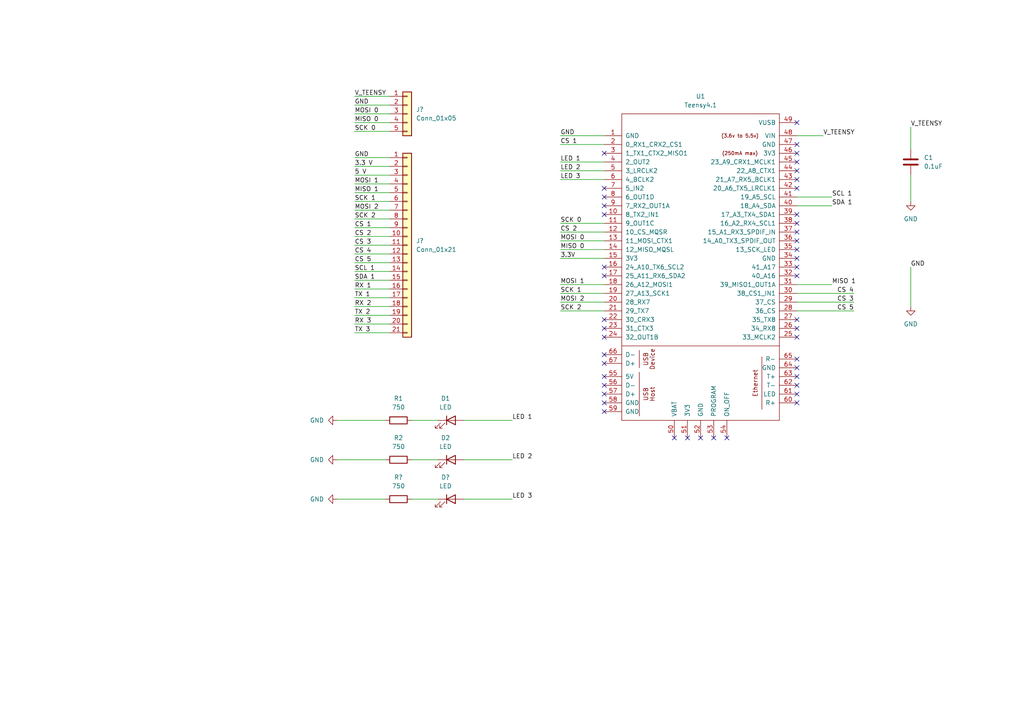
<source format=kicad_sch>
(kicad_sch (version 20211123) (generator eeschema)
  (paper "A4")
  (lib_symbols
    (symbol "Connector_Generic:Conn_01x05" (pin_names (offset 1.016) hide)
      (property "Reference" "J" (at 0 7.62 0))
      (property "Value" "Conn_01x05" (at 0 -7.62 0))
      (symbol "Conn_01x05_1_1"
        (rectangle (start -1.27 -4.953) (end 0 -5.207) (stroke (width 0.1524)))
        (rectangle (start -1.27 -2.413) (end 0 -2.667) (stroke (width 0.1524)))
        (rectangle (start -1.27 0.127) (end 0 -0.127) (stroke (width 0.1524)))
        (rectangle (start -1.27 2.667) (end 0 2.413) (stroke (width 0.1524)))
        (rectangle (start -1.27 5.207) (end 0 4.953) (stroke (width 0.1524)))
        (rectangle (start -1.27 6.35) (end 1.27 -6.35) (stroke (width 0.254)) (fill (type background)))
        (pin passive line (at -5.08 5.08 0) (length 3.81) (name "Pin_1") (number "1"))
        (pin passive line (at -5.08 2.54 0) (length 3.81) (name "Pin_2") (number "2"))
        (pin passive line (at -5.08 0 0) (length 3.81) (name "Pin_3") (number "3"))
        (pin passive line (at -5.08 -2.54 0) (length 3.81) (name "Pin_4") (number "4"))
        (pin passive line (at -5.08 -5.08 0) (length 3.81) (name "Pin_5") (number "5"))
      )
    )
    (symbol "Connector_Generic:Conn_01x21" (pin_names (offset 1.016) hide)
      (property "Reference" "J" (at 0 27.94 0))
      (property "Value" "Conn_01x21" (at 0 -27.94 0))
      (symbol "Conn_01x21_1_1"
        (rectangle (start -1.27 -25.273) (end 0 -25.527) (stroke (width 0.1524)))
        (rectangle (start -1.27 -22.733) (end 0 -22.987) (stroke (width 0.1524)))
        (rectangle (start -1.27 -20.193) (end 0 -20.447) (stroke (width 0.1524)))
        (rectangle (start -1.27 -17.653) (end 0 -17.907) (stroke (width 0.1524)))
        (rectangle (start -1.27 -15.113) (end 0 -15.367) (stroke (width 0.1524)))
        (rectangle (start -1.27 -12.573) (end 0 -12.827) (stroke (width 0.1524)))
        (rectangle (start -1.27 -10.033) (end 0 -10.287) (stroke (width 0.1524)))
        (rectangle (start -1.27 -7.493) (end 0 -7.747) (stroke (width 0.1524)))
        (rectangle (start -1.27 -4.953) (end 0 -5.207) (stroke (width 0.1524)))
        (rectangle (start -1.27 -2.413) (end 0 -2.667) (stroke (width 0.1524)))
        (rectangle (start -1.27 0.127) (end 0 -0.127) (stroke (width 0.1524)))
        (rectangle (start -1.27 2.667) (end 0 2.413) (stroke (width 0.1524)))
        (rectangle (start -1.27 5.207) (end 0 4.953) (stroke (width 0.1524)))
        (rectangle (start -1.27 7.747) (end 0 7.493) (stroke (width 0.1524)))
        (rectangle (start -1.27 10.287) (end 0 10.033) (stroke (width 0.1524)))
        (rectangle (start -1.27 12.827) (end 0 12.573) (stroke (width 0.1524)))
        (rectangle (start -1.27 15.367) (end 0 15.113) (stroke (width 0.1524)))
        (rectangle (start -1.27 17.907) (end 0 17.653) (stroke (width 0.1524)))
        (rectangle (start -1.27 20.447) (end 0 20.193) (stroke (width 0.1524)))
        (rectangle (start -1.27 22.987) (end 0 22.733) (stroke (width 0.1524)))
        (rectangle (start -1.27 25.527) (end 0 25.273) (stroke (width 0.1524)))
        (rectangle (start -1.27 26.67) (end 1.27 -26.67) (stroke (width 0.254)) (fill (type background)))
        (pin passive line (at -5.08 25.4 0) (length 3.81) (name "Pin_1") (number "1"))
        (pin passive line (at -5.08 2.54 0) (length 3.81) (name "Pin_10") (number "10"))
        (pin passive line (at -5.08 0 0) (length 3.81) (name "Pin_11") (number "11"))
        (pin passive line (at -5.08 -2.54 0) (length 3.81) (name "Pin_12") (number "12"))
        (pin passive line (at -5.08 -5.08 0) (length 3.81) (name "Pin_13") (number "13"))
        (pin passive line (at -5.08 -7.62 0) (length 3.81) (name "Pin_14") (number "14"))
        (pin passive line (at -5.08 -10.16 0) (length 3.81) (name "Pin_15") (number "15"))
        (pin passive line (at -5.08 -12.7 0) (length 3.81) (name "Pin_16") (number "16"))
        (pin passive line (at -5.08 -15.24 0) (length 3.81) (name "Pin_17") (number "17"))
        (pin passive line (at -5.08 -17.78 0) (length 3.81) (name "Pin_18") (number "18"))
        (pin passive line (at -5.08 -20.32 0) (length 3.81) (name "Pin_19") (number "19"))
        (pin passive line (at -5.08 22.86 0) (length 3.81) (name "Pin_2") (number "2"))
        (pin passive line (at -5.08 -22.86 0) (length 3.81) (name "Pin_20") (number "20"))
        (pin passive line (at -5.08 -25.4 0) (length 3.81) (name "Pin_21") (number "21"))
        (pin passive line (at -5.08 20.32 0) (length 3.81) (name "Pin_3") (number "3"))
        (pin passive line (at -5.08 17.78 0) (length 3.81) (name "Pin_4") (number "4"))
        (pin passive line (at -5.08 15.24 0) (length 3.81) (name "Pin_5") (number "5"))
        (pin passive line (at -5.08 12.7 0) (length 3.81) (name "Pin_6") (number "6"))
        (pin passive line (at -5.08 10.16 0) (length 3.81) (name "Pin_7") (number "7"))
        (pin passive line (at -5.08 7.62 0) (length 3.81) (name "Pin_8") (number "8"))
        (pin passive line (at -5.08 5.08 0) (length 3.81) (name "Pin_9") (number "9"))
      )
    )
    (symbol "Device:C" (pin_numbers hide) (pin_names (offset 0.254))
      (property "Reference" "C" (at 0.635 2.54 0))
      (property "Value" "C" (at 0.635 -2.54 0))
      (symbol "C_0_1"
        (polyline (pts (xy -2.032 -0.762) (xy 2.032 -0.762)) (stroke (width 0.508)))
        (polyline (pts (xy -2.032 0.762) (xy 2.032 0.762)) (stroke (width 0.508)))
      )
      (symbol "C_1_1"
        (pin passive line (at 0 3.81 270) (length 2.794) (name "~") (number "1"))
        (pin passive line (at 0 -3.81 90) (length 2.794) (name "~") (number "2"))
      )
    )
    (symbol "Device:LED" (pin_numbers hide) (pin_names (offset 1.016) hide)
      (property "Reference" "D" (at 0 2.54 0))
      (property "Value" "LED" (at 0 -2.54 0))
      (symbol "LED_0_1"
        (polyline (pts (xy -1.27 -1.27) (xy -1.27 1.27)) (stroke (width 0.254)))
        (polyline (pts (xy -1.27 0) (xy 1.27 0)))
        (polyline (pts (xy 1.27 -1.27) (xy 1.27 1.27) (xy -1.27 0) (xy 1.27 -1.27)) (stroke (width 0.254)))
        (polyline (pts (xy -3.048 -0.762) (xy -4.572 -2.286) (xy -3.81 -2.286) (xy -4.572 -2.286) (xy -4.572 -1.524)))
        (polyline (pts (xy -1.778 -0.762) (xy -3.302 -2.286) (xy -2.54 -2.286) (xy -3.302 -2.286) (xy -3.302 -1.524)))
      )
      (symbol "LED_1_1"
        (pin passive line (at -3.81 0 0) (length 2.54) (name "K") (number "1"))
        (pin passive line (at 3.81 0 180) (length 2.54) (name "A") (number "2"))
      )
    )
    (symbol "Device:R" (pin_numbers hide) (pin_names (offset 0))
      (property "Reference" "R" (at 2.032 0 90))
      (property "Value" "R" (at 0 0 90))
      (symbol "R_0_1"
        (rectangle (start -1.016 -2.54) (end 1.016 2.54) (stroke (width 0.254)))
      )
      (symbol "R_1_1"
        (pin passive line (at 0 3.81 270) (length 1.27) (name "~") (number "1"))
        (pin passive line (at 0 -3.81 90) (length 1.27) (name "~") (number "2"))
      )
    )
    (symbol "Teensy:Teensy4.1" (pin_names (offset 1.016))
      (property "Reference" "U" (at 0 64.77 0))
      (property "Value" "Teensy4.1" (at 0 62.23 0))
      (symbol "Teensy4.1_0_0"
        (polyline (pts (xy -22.86 -6.35) (xy 22.86 -6.35)))
        (polyline (pts (xy -17.78 -26.67) (xy -17.78 -13.97)))
        (polyline (pts (xy -17.78 -7.62) (xy -17.78 -12.7)))
        (polyline (pts (xy 17.78 -9.525) (xy 17.78 -24.765)))
        (text "(250mA max)" (at 11.43 49.53 0) (effects (font (size 1.016 1.016))))
        (text "(3.6v to 5.5v)" (at 11.43 54.61 0) (effects (font (size 1.016 1.016))))
        (text "Device" (at -13.97 -10.16 900) (effects (font (size 1.27 1.27))))
        (text "Ethernet" (at 15.875 -17.145 900) (effects (font (size 1.27 1.27))))
        (text "Host" (at -13.97 -20.32 900) (effects (font (size 1.27 1.27))))
        (text "USB" (at -15.875 -20.32 900) (effects (font (size 1.27 1.27))))
        (text "USB" (at -15.875 -10.16 900) (effects (font (size 1.27 1.27))))
        (pin bidirectional line (at -27.94 31.75 0) (length 5.08) (name "8_TX2_IN1") (number "10"))
        (pin bidirectional line (at -27.94 29.21 0) (length 5.08) (name "9_OUT1C") (number "11"))
        (pin bidirectional line (at -27.94 26.67 0) (length 5.08) (name "10_CS_MQSR") (number "12"))
        (pin bidirectional line (at -27.94 24.13 0) (length 5.08) (name "11_MOSI_CTX1") (number "13"))
        (pin bidirectional line (at -27.94 21.59 0) (length 5.08) (name "12_MISO_MQSL") (number "14"))
        (pin power_in line (at -27.94 19.05 0) (length 5.08) (name "3V3") (number "15"))
        (pin bidirectional line (at -27.94 16.51 0) (length 5.08) (name "24_A10_TX6_SCL2") (number "16"))
        (pin bidirectional line (at -27.94 13.97 0) (length 5.08) (name "25_A11_RX6_SDA2") (number "17"))
        (pin bidirectional line (at -27.94 11.43 0) (length 5.08) (name "26_A12_MOSI1") (number "18"))
        (pin bidirectional line (at -27.94 8.89 0) (length 5.08) (name "27_A13_SCK1") (number "19"))
        (pin bidirectional line (at -27.94 6.35 0) (length 5.08) (name "28_RX7") (number "20"))
        (pin bidirectional line (at -27.94 3.81 0) (length 5.08) (name "29_TX7") (number "21"))
        (pin bidirectional line (at -27.94 1.27 0) (length 5.08) (name "30_CRX3") (number "22"))
        (pin bidirectional line (at -27.94 -1.27 0) (length 5.08) (name "31_CTX3") (number "23"))
        (pin bidirectional line (at -27.94 -3.81 0) (length 5.08) (name "32_OUT1B") (number "24"))
        (pin bidirectional line (at 27.94 -3.81 180) (length 5.08) (name "33_MCLK2") (number "25"))
        (pin bidirectional line (at 27.94 -1.27 180) (length 5.08) (name "34_RX8") (number "26"))
        (pin bidirectional line (at 27.94 1.27 180) (length 5.08) (name "35_TX8") (number "27"))
        (pin bidirectional line (at 27.94 3.81 180) (length 5.08) (name "36_CS") (number "28"))
        (pin bidirectional line (at 27.94 6.35 180) (length 5.08) (name "37_CS") (number "29"))
        (pin bidirectional line (at 27.94 8.89 180) (length 5.08) (name "38_CS1_IN1") (number "30"))
        (pin bidirectional line (at 27.94 11.43 180) (length 5.08) (name "39_MISO1_OUT1A") (number "31"))
        (pin bidirectional line (at 27.94 13.97 180) (length 5.08) (name "40_A16") (number "32"))
        (pin bidirectional line (at 27.94 16.51 180) (length 5.08) (name "41_A17") (number "33"))
        (pin bidirectional line (at 27.94 21.59 180) (length 5.08) (name "13_SCK_LED") (number "35"))
        (pin bidirectional line (at 27.94 24.13 180) (length 5.08) (name "14_A0_TX3_SPDIF_OUT") (number "36"))
        (pin bidirectional line (at 27.94 26.67 180) (length 5.08) (name "15_A1_RX3_SPDIF_IN") (number "37"))
        (pin bidirectional line (at 27.94 29.21 180) (length 5.08) (name "16_A2_RX4_SCL1") (number "38"))
        (pin bidirectional line (at 27.94 31.75 180) (length 5.08) (name "17_A3_TX4_SDA1") (number "39"))
        (pin bidirectional line (at 27.94 34.29 180) (length 5.08) (name "18_A4_SDA") (number "40"))
        (pin bidirectional line (at 27.94 36.83 180) (length 5.08) (name "19_A5_SCL") (number "41"))
        (pin bidirectional line (at 27.94 39.37 180) (length 5.08) (name "20_A6_TX5_LRCLK1") (number "42"))
        (pin bidirectional line (at 27.94 41.91 180) (length 5.08) (name "21_A7_RX5_BCLK1") (number "43"))
        (pin bidirectional line (at 27.94 44.45 180) (length 5.08) (name "22_A8_CTX1") (number "44"))
        (pin bidirectional line (at 27.94 46.99 180) (length 5.08) (name "23_A9_CRX1_MCLK1") (number "45"))
        (pin output line (at 27.94 49.53 180) (length 5.08) (name "3V3") (number "46"))
        (pin output line (at 27.94 52.07 180) (length 5.08) (name "GND") (number "47"))
        (pin power_in line (at 27.94 54.61 180) (length 5.08) (name "VIN") (number "48"))
        (pin power_out line (at 27.94 58.42 180) (length 5.08) (name "VUSB") (number "49"))
        (pin bidirectional line (at -27.94 44.45 0) (length 5.08) (name "3_LRCLK2") (number "5"))
        (pin power_in line (at -7.62 -33.02 90) (length 5.08) (name "VBAT") (number "50"))
        (pin power_in line (at -3.81 -33.02 90) (length 5.08) (name "3V3") (number "51"))
        (pin input line (at 0 -33.02 90) (length 5.08) (name "GND") (number "52"))
        (pin input line (at 3.81 -33.02 90) (length 5.08) (name "PROGRAM") (number "53"))
        (pin input line (at 7.62 -33.02 90) (length 5.08) (name "ON_OFF") (number "54"))
        (pin power_out line (at -27.94 -15.24 0) (length 5.08) (name "5V") (number "55"))
        (pin bidirectional line (at -27.94 -17.78 0) (length 5.08) (name "D-") (number "56"))
        (pin bidirectional line (at -27.94 -20.32 0) (length 5.08) (name "D+") (number "57"))
        (pin power_in line (at -27.94 -22.86 0) (length 5.08) (name "GND") (number "58"))
        (pin power_in line (at -27.94 -25.4 0) (length 5.08) (name "GND") (number "59"))
        (pin bidirectional line (at -27.94 41.91 0) (length 5.08) (name "4_BCLK2") (number "6"))
        (pin bidirectional line (at 27.94 -22.86 180) (length 5.08) (name "R+") (number "60"))
        (pin bidirectional line (at 27.94 -20.32 180) (length 5.08) (name "LED") (number "61"))
        (pin bidirectional line (at 27.94 -17.78 180) (length 5.08) (name "T-") (number "62"))
        (pin bidirectional line (at 27.94 -15.24 180) (length 5.08) (name "T+") (number "63"))
        (pin power_in line (at 27.94 -12.7 180) (length 5.08) (name "GND") (number "64"))
        (pin bidirectional line (at 27.94 -10.16 180) (length 5.08) (name "R-") (number "65"))
        (pin bidirectional line (at -27.94 -8.89 0) (length 5.08) (name "D-") (number "66"))
        (pin bidirectional line (at -27.94 -11.43 0) (length 5.08) (name "D+") (number "67"))
        (pin bidirectional line (at -27.94 39.37 0) (length 5.08) (name "5_IN2") (number "7"))
        (pin bidirectional line (at -27.94 36.83 0) (length 5.08) (name "6_OUT1D") (number "8"))
        (pin bidirectional line (at -27.94 34.29 0) (length 5.08) (name "7_RX2_OUT1A") (number "9"))
      )
      (symbol "Teensy4.1_0_1"
        (rectangle (start -22.86 60.96) (end 22.86 -27.94))
        (rectangle (start -20.32 -1.27) (end -20.32 -1.27))
      )
      (symbol "Teensy4.1_1_1"
        (pin power_in line (at -27.94 54.61 0) (length 5.08) (name "GND") (number "1"))
        (pin bidirectional line (at -27.94 52.07 0) (length 5.08) (name "0_RX1_CRX2_CS1") (number "2"))
        (pin bidirectional line (at -27.94 49.53 0) (length 5.08) (name "1_TX1_CTX2_MISO1") (number "3"))
        (pin power_in line (at 27.94 19.05 180) (length 5.08) (name "GND") (number "34"))
        (pin bidirectional line (at -27.94 46.99 0) (length 5.08) (name "2_OUT2") (number "4"))
      )
    )
    (symbol "power:GND" (power) (pin_names (offset 0))
      (property "Value" "GND" (at 0 -3.81 0))
      (symbol "GND_0_1"
        (polyline (pts (xy 0 0) (xy 0 -1.27) (xy 1.27 -1.27) (xy 0 -2.54) (xy -1.27 -1.27) (xy 0 -1.27)))
      )
      (symbol "GND_1_1"
        (pin power_in line (at 0 0 270) (length 0) hide (name "GND") (number "1"))
      )
    )
  )
  (no_connect (at 175.26 44.45))
  (no_connect (at 231.14 92.71))
  (no_connect (at 175.26 114.3))
  (no_connect (at 231.14 69.85))
  (no_connect (at 231.14 80.01))
  (no_connect (at 231.14 111.76))
  (no_connect (at 231.14 44.45))
  (no_connect (at 231.14 106.68))
  (no_connect (at 175.26 109.22))
  (no_connect (at 175.26 62.23))
  (no_connect (at 231.14 95.25))
  (no_connect (at 231.14 109.22))
  (no_connect (at 231.14 116.84))
  (no_connect (at 231.14 114.3))
  (no_connect (at 231.14 62.23))
  (no_connect (at 231.14 74.93))
  (no_connect (at 175.26 116.84))
  (no_connect (at 207.01 127))
  (no_connect (at 203.2 127))
  (no_connect (at 175.26 111.76))
  (no_connect (at 195.58 127))
  (no_connect (at 231.14 49.53))
  (no_connect (at 175.26 119.38))
  (no_connect (at 231.14 104.14))
  (no_connect (at 175.26 102.87))
  (no_connect (at 175.26 77.47))
  (no_connect (at 175.26 80.01))
  (no_connect (at 231.14 77.47))
  (no_connect (at 175.26 105.41))
  (no_connect (at 231.14 46.99))
  (no_connect (at 231.14 64.77))
  (no_connect (at 231.14 35.56))
  (no_connect (at 231.14 67.31))
  (no_connect (at 175.26 95.25))
  (no_connect (at 210.82 127))
  (no_connect (at 231.14 72.39))
  (no_connect (at 175.26 59.69))
  (no_connect (at 175.26 54.61))
  (no_connect (at 175.26 57.15))
  (no_connect (at 231.14 41.91))
  (no_connect (at 199.39 127))
  (no_connect (at 231.14 54.61))
  (no_connect (at 231.14 52.07))
  (no_connect (at 175.26 97.79))
  (no_connect (at 231.14 97.79))
  (no_connect (at 175.26 92.71))
  (wire (pts (xy 231.14 39.37) (xy 238.76 39.37)))
  (wire (pts (xy 102.87 93.98) (xy 113.03 93.98)))
  (wire (pts (xy 102.87 83.82) (xy 113.03 83.82)))
  (wire (pts (xy 134.62 133.35) (xy 148.59 133.35)))
  (wire (pts (xy 231.14 82.55) (xy 241.3 82.55)))
  (wire (pts (xy 102.87 68.58) (xy 113.03 68.58)))
  (wire (pts (xy 247.65 85.09) (xy 231.14 85.09)))
  (wire (pts (xy 102.87 91.44) (xy 113.03 91.44)))
  (wire (pts (xy 162.56 69.85) (xy 175.26 69.85)))
  (wire (pts (xy 231.14 57.15) (xy 241.3 57.15)))
  (wire (pts (xy 264.16 50.8) (xy 264.16 58.42)))
  (wire (pts (xy 264.16 36.83) (xy 264.16 43.18)))
  (wire (pts (xy 102.87 50.8) (xy 113.03 50.8)))
  (wire (pts (xy 97.79 144.78) (xy 111.76 144.78)))
  (wire (pts (xy 102.87 71.12) (xy 113.03 71.12)))
  (wire (pts (xy 162.56 72.39) (xy 175.26 72.39)))
  (wire (pts (xy 102.87 45.72) (xy 113.03 45.72)))
  (wire (pts (xy 119.38 144.78) (xy 127 144.78)))
  (wire (pts (xy 97.79 121.92) (xy 111.76 121.92)))
  (wire (pts (xy 102.87 27.94) (xy 113.03 27.94)))
  (wire (pts (xy 119.38 133.35) (xy 127 133.35)))
  (wire (pts (xy 102.87 81.28) (xy 113.03 81.28)))
  (wire (pts (xy 247.65 90.17) (xy 231.14 90.17)))
  (wire (pts (xy 162.56 49.53) (xy 175.26 49.53)))
  (wire (pts (xy 102.87 30.48) (xy 113.03 30.48)))
  (wire (pts (xy 97.79 133.35) (xy 111.76 133.35)))
  (wire (pts (xy 231.14 59.69) (xy 241.3 59.69)))
  (wire (pts (xy 102.87 78.74) (xy 113.03 78.74)))
  (wire (pts (xy 102.87 76.2) (xy 113.03 76.2)))
  (wire (pts (xy 102.87 88.9) (xy 113.03 88.9)))
  (wire (pts (xy 247.65 87.63) (xy 231.14 87.63)))
  (wire (pts (xy 134.62 144.78) (xy 148.59 144.78)))
  (wire (pts (xy 102.87 96.52) (xy 113.03 96.52)))
  (wire (pts (xy 162.56 64.77) (xy 175.26 64.77)))
  (wire (pts (xy 102.87 86.36) (xy 113.03 86.36)))
  (wire (pts (xy 102.87 33.02) (xy 113.03 33.02)))
  (wire (pts (xy 102.87 35.56) (xy 113.03 35.56)))
  (wire (pts (xy 162.56 41.91) (xy 175.26 41.91)))
  (wire (pts (xy 162.56 82.55) (xy 175.26 82.55)))
  (wire (pts (xy 102.87 73.66) (xy 113.03 73.66)))
  (wire (pts (xy 102.87 55.88) (xy 113.03 55.88)))
  (wire (pts (xy 162.56 52.07) (xy 175.26 52.07)))
  (wire (pts (xy 102.87 60.96) (xy 113.03 60.96)))
  (wire (pts (xy 162.56 74.93) (xy 175.26 74.93)))
  (wire (pts (xy 162.56 90.17) (xy 175.26 90.17)))
  (wire (pts (xy 264.16 77.47) (xy 264.16 88.9)))
  (wire (pts (xy 162.56 85.09) (xy 175.26 85.09)))
  (wire (pts (xy 162.56 46.99) (xy 175.26 46.99)))
  (wire (pts (xy 102.87 63.5) (xy 113.03 63.5)))
  (wire (pts (xy 162.56 87.63) (xy 175.26 87.63)))
  (wire (pts (xy 162.56 67.31) (xy 175.26 67.31)))
  (wire (pts (xy 102.87 58.42) (xy 113.03 58.42)))
  (wire (pts (xy 102.87 48.26) (xy 113.03 48.26)))
  (wire (pts (xy 102.87 53.34) (xy 113.03 53.34)))
  (wire (pts (xy 134.62 121.92) (xy 148.59 121.92)))
  (wire (pts (xy 102.87 38.1) (xy 113.03 38.1)))
  (wire (pts (xy 119.38 121.92) (xy 127 121.92)))
  (wire (pts (xy 162.56 39.37) (xy 175.26 39.37)))
  (wire (pts (xy 102.87 66.04) (xy 113.03 66.04)))
  (label "MOSI 1" (at 162.56 82.55 0))
  (label "V_TEENSY" (at 102.87 27.94 0))
  (label "SCK 0" (at 102.87 38.1 0))
  (label "SCK 1" (at 102.87 58.42 0))
  (label "GND" (at 102.87 30.48 0))
  (label "CS 1" (at 162.56 41.91 0))
  (label "RX 1" (at 102.87 83.82 0))
  (label "LED 1" (at 162.56 46.99 0))
  (label "CS 2" (at 102.87 68.58 0))
  (label "MOSI 0" (at 102.87 33.02 0))
  (label "LED 1" (at 148.59 121.92 0))
  (label "SCK 1" (at 162.56 85.09 0))
  (label "SDA 1" (at 102.87 81.28 0))
  (label "LED 3" (at 148.59 144.78 0))
  (label "RX 3" (at 102.87 93.98 0))
  (label "TX 3" (at 102.87 96.52 0))
  (label "3.3V" (at 162.56 74.93 0))
  (label "MISO 0" (at 162.56 72.39 0))
  (label "LED 2" (at 162.56 49.53 0))
  (label "MISO 0" (at 102.87 35.56 0))
  (label "SCK 2" (at 162.56 90.17 0))
  (label "SCK 2" (at 102.87 63.5 0))
  (label "MISO 1" (at 241.3 82.55 0))
  (label "LED 3" (at 162.56 52.07 0))
  (label "MOSI 1" (at 102.87 53.34 0))
  (label "CS 4" (at 247.65 85.09 180))
  (label "GND" (at 264.16 77.47 0))
  (label "CS 3" (at 247.65 87.63 180))
  (label "CS 1" (at 102.87 66.04 0))
  (label "RX 2" (at 102.87 88.9 0))
  (label "TX 1" (at 102.87 86.36 0))
  (label "CS 3" (at 102.87 71.12 0))
  (label "V_TEENSY" (at 264.16 36.83 0))
  (label "V_TEENSY" (at 238.76 39.37 0))
  (label "TX 2" (at 102.87 91.44 0))
  (label "SDA 1" (at 241.3 59.69 0))
  (label "5 V" (at 102.87 50.8 0))
  (label "CS 2" (at 162.56 67.31 0))
  (label "3.3 V" (at 102.87 48.26 0))
  (label "MOSI 2" (at 162.56 87.63 0))
  (label "CS 5" (at 247.65 90.17 180))
  (label "CS 5" (at 102.87 76.2 0))
  (label "SCL 1" (at 102.87 78.74 0))
  (label "SCK 0" (at 162.56 64.77 0))
  (label "GND" (at 162.56 39.37 0))
  (label "MOSI 0" (at 162.56 69.85 0))
  (label "MISO 1" (at 102.87 55.88 0))
  (label "SCL 1" (at 241.3 57.15 0))
  (label "LED 2" (at 148.59 133.35 0))
  (label "CS 4" (at 102.87 73.66 0))
  (label "GND" (at 102.87 45.72 0))
  (label "MOSI 2" (at 102.87 60.96 0))
  (symbol (lib_id "Device:R") (at 115.57 144.78 90) (unit 1)
    (property "Reference" "R?" (at 115.57 138.43 90))
    (property "Value" "750" (at 115.57 140.97 90))
  )
  (symbol (lib_id "power:GND") (at 97.79 133.35 270) (unit 1)
    (property "Reference" "#PWR02" (effects hide))
    (property "Value" "GND" (at 93.98 133.3499 90) (effects (justify right)))
  )
  (symbol (lib_id "Connector_Generic:Conn_01x05") (at 118.11 33.02 0) (unit 1)
    (property "Reference" "J?" (at 120.65 31.7499 0) (effects (justify left)))
    (property "Value" "Conn_01x05" (at 120.65 34.2899 0) (effects (justify left)))
  )
  (symbol (lib_id "Device:R") (at 115.57 133.35 90) (unit 1)
    (property "Reference" "R2" (at 115.57 127 90))
    (property "Value" "750" (at 115.57 129.54 90))
  )
  (symbol (lib_id "power:GND") (at 97.79 121.92 270) (unit 1)
    (property "Reference" "#PWR01" (effects hide))
    (property "Value" "GND" (at 93.98 121.9199 90) (effects (justify right)))
  )
  (symbol (lib_id "Device:LED") (at 130.81 144.78 0) (unit 1)
    (property "Reference" "D?" (at 129.2225 138.43 0))
    (property "Value" "LED" (at 129.2225 140.97 0))
  )
  (symbol (lib_id "Device:C") (at 264.16 46.99 0) (unit 1)
    (property "Reference" "C1" (at 267.97 45.7199 0) (effects (justify left)))
    (property "Value" "0.1uF" (at 267.97 48.2599 0) (effects (justify left)))
  )
  (symbol (lib_id "Connector_Generic:Conn_01x21") (at 118.11 71.12 0) (unit 1)
    (property "Reference" "J?" (at 120.65 69.8499 0) (effects (justify left)))
    (property "Value" "Conn_01x21" (at 120.65 72.3899 0) (effects (justify left)))
  )
  (symbol (lib_id "power:GND") (at 264.16 88.9 0) (unit 1)
    (property "Reference" "#PWR03" (effects hide))
    (property "Value" "GND" (at 264.16 93.98 0))
  )
  (symbol (lib_id "Device:LED") (at 130.81 133.35 0) (unit 1)
    (property "Reference" "D2" (at 129.2225 127 0))
    (property "Value" "LED" (at 129.2225 129.54 0))
  )
  (symbol (lib_id "power:GND") (at 97.79 144.78 270) (unit 1)
    (property "Reference" "#PWR?" (effects hide))
    (property "Value" "GND" (at 93.98 144.7799 90) (effects (justify right)))
  )
  (symbol (lib_id "Teensy:Teensy4.1") (at 203.2 93.98 0) (unit 1)
    (property "Reference" "U1" (at 203.2 27.94 0))
    (property "Value" "Teensy4.1" (at 203.2 30.48 0))
  )
  (symbol (lib_id "Device:LED") (at 130.81 121.92 0) (unit 1)
    (property "Reference" "D1" (at 129.2225 115.57 0))
    (property "Value" "LED" (at 129.2225 118.11 0))
  )
  (symbol (lib_id "power:GND") (at 264.16 58.42 0) (unit 1)
    (property "Reference" "#PWR?" (effects hide))
    (property "Value" "GND" (at 264.16 63.5 0))
  )
  (symbol (lib_id "Device:R") (at 115.57 121.92 90) (unit 1)
    (property "Reference" "R1" (at 115.57 115.57 90))
    (property "Value" "750" (at 115.57 118.11 90))
  )
)
</source>
